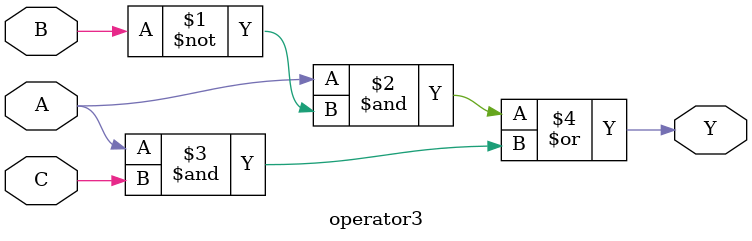
<source format=v>
module gateLevel1(input wire A, B, C, output wire Y);

  wire n1, n2, n3, a1, a2, a3;

  not (n1, A);
  not (n2, B);
  not (n3, C);
  and (a1, A, n2, n3);
  and (a2, A, n2, C);
  and (a3, A, B, C);
  or  (Y, a1, a2, a3);

endmodule

module operator1(input wire A, B, C, output wire Y);

  assign Y = (A&~B&~C)|(A&~B&C)|(A&B&C);

endmodule

module gateLevel2(input wire A, B, C, output wire Y);

  wire n1, n2, n3, a1, a2, a3, a4, a5;

  not (n1, A);
  not (n2, B);
  not (n3, C);
  or (a1, A, B, B);
  or (a2, A, B, n3);
  or (a3, A, n2, C);
  or (a4, A, n2, n3);
  or (a5, n1, n2, C);
  and (Y, a1, a2, a3, a4, a5);

endmodule

module operator2(input wire A, B, C, output wire Y);

  assign Y = (A|B|C)&(A|B|~C)&(A|~B|C)&(A|~B|~C)&(~A|~B|C) ;

endmodule

module gateLevel3(input wire A, B, C, output wire Y);

  wire n1, n2, n3, a1, a2;

  not (n2, B);
  and (a1, A, n2);
  and (a2, A, C);
  or  (Y, a1, a2);

endmodule

module operator3(input wire A, B, C, output wire Y);

  assign Y = (A&~B)|(A&C) ;

endmodule

</source>
